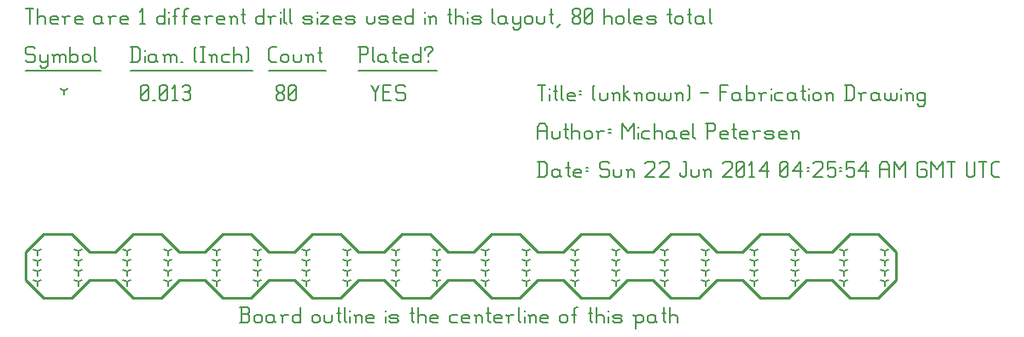
<source format=gbr>
G04 start of page 12 for group -3984 idx -3984 *
G04 Title: (unknown), fab *
G04 Creator: pcb 20110918 *
G04 CreationDate: Sun 22 Jun 2014 04:25:54 AM GMT UTC *
G04 For: railfan *
G04 Format: Gerber/RS-274X *
G04 PCB-Dimensions: 340000 25000 *
G04 PCB-Coordinate-Origin: lower left *
%MOIN*%
%FSLAX25Y25*%
%LNFAB*%
%ADD30C,0.0100*%
%ADD29C,0.0075*%
%ADD28C,0.0060*%
%ADD27C,0.0080*%
G54D27*X20500Y18500D02*Y16900D01*
Y18500D02*X21887Y19300D01*
X20500Y18500D02*X19113Y19300D01*
X20500Y14500D02*Y12900D01*
Y14500D02*X21887Y15300D01*
X20500Y14500D02*X19113Y15300D01*
X20500Y10500D02*Y8900D01*
Y10500D02*X21887Y11300D01*
X20500Y10500D02*X19113Y11300D01*
X20500Y6500D02*Y4900D01*
Y6500D02*X21887Y7300D01*
X20500Y6500D02*X19113Y7300D01*
X4500Y18500D02*Y16900D01*
Y18500D02*X5887Y19300D01*
X4500Y18500D02*X3113Y19300D01*
X4500Y14500D02*Y12900D01*
Y14500D02*X5887Y15300D01*
X4500Y14500D02*X3113Y15300D01*
X4500Y10500D02*Y8900D01*
Y10500D02*X5887Y11300D01*
X4500Y10500D02*X3113Y11300D01*
X4500Y6500D02*Y4900D01*
Y6500D02*X5887Y7300D01*
X4500Y6500D02*X3113Y7300D01*
X55500Y18500D02*Y16900D01*
Y18500D02*X56887Y19300D01*
X55500Y18500D02*X54113Y19300D01*
X55500Y14500D02*Y12900D01*
Y14500D02*X56887Y15300D01*
X55500Y14500D02*X54113Y15300D01*
X55500Y10500D02*Y8900D01*
Y10500D02*X56887Y11300D01*
X55500Y10500D02*X54113Y11300D01*
X55500Y6500D02*Y4900D01*
Y6500D02*X56887Y7300D01*
X55500Y6500D02*X54113Y7300D01*
X39500Y18500D02*Y16900D01*
Y18500D02*X40887Y19300D01*
X39500Y18500D02*X38113Y19300D01*
X39500Y14500D02*Y12900D01*
Y14500D02*X40887Y15300D01*
X39500Y14500D02*X38113Y15300D01*
X39500Y10500D02*Y8900D01*
Y10500D02*X40887Y11300D01*
X39500Y10500D02*X38113Y11300D01*
X39500Y6500D02*Y4900D01*
Y6500D02*X40887Y7300D01*
X39500Y6500D02*X38113Y7300D01*
X90500Y18500D02*Y16900D01*
Y18500D02*X91887Y19300D01*
X90500Y18500D02*X89113Y19300D01*
X90500Y14500D02*Y12900D01*
Y14500D02*X91887Y15300D01*
X90500Y14500D02*X89113Y15300D01*
X90500Y10500D02*Y8900D01*
Y10500D02*X91887Y11300D01*
X90500Y10500D02*X89113Y11300D01*
X90500Y6500D02*Y4900D01*
Y6500D02*X91887Y7300D01*
X90500Y6500D02*X89113Y7300D01*
X74500Y18500D02*Y16900D01*
Y18500D02*X75887Y19300D01*
X74500Y18500D02*X73113Y19300D01*
X74500Y14500D02*Y12900D01*
Y14500D02*X75887Y15300D01*
X74500Y14500D02*X73113Y15300D01*
X74500Y10500D02*Y8900D01*
Y10500D02*X75887Y11300D01*
X74500Y10500D02*X73113Y11300D01*
X74500Y6500D02*Y4900D01*
Y6500D02*X75887Y7300D01*
X74500Y6500D02*X73113Y7300D01*
X125500Y18500D02*Y16900D01*
Y18500D02*X126887Y19300D01*
X125500Y18500D02*X124113Y19300D01*
X125500Y14500D02*Y12900D01*
Y14500D02*X126887Y15300D01*
X125500Y14500D02*X124113Y15300D01*
X125500Y10500D02*Y8900D01*
Y10500D02*X126887Y11300D01*
X125500Y10500D02*X124113Y11300D01*
X125500Y6500D02*Y4900D01*
Y6500D02*X126887Y7300D01*
X125500Y6500D02*X124113Y7300D01*
X109500Y18500D02*Y16900D01*
Y18500D02*X110887Y19300D01*
X109500Y18500D02*X108113Y19300D01*
X109500Y14500D02*Y12900D01*
Y14500D02*X110887Y15300D01*
X109500Y14500D02*X108113Y15300D01*
X109500Y10500D02*Y8900D01*
Y10500D02*X110887Y11300D01*
X109500Y10500D02*X108113Y11300D01*
X109500Y6500D02*Y4900D01*
Y6500D02*X110887Y7300D01*
X109500Y6500D02*X108113Y7300D01*
X160500Y18500D02*Y16900D01*
Y18500D02*X161887Y19300D01*
X160500Y18500D02*X159113Y19300D01*
X160500Y14500D02*Y12900D01*
Y14500D02*X161887Y15300D01*
X160500Y14500D02*X159113Y15300D01*
X160500Y10500D02*Y8900D01*
Y10500D02*X161887Y11300D01*
X160500Y10500D02*X159113Y11300D01*
X160500Y6500D02*Y4900D01*
Y6500D02*X161887Y7300D01*
X160500Y6500D02*X159113Y7300D01*
X144500Y18500D02*Y16900D01*
Y18500D02*X145887Y19300D01*
X144500Y18500D02*X143113Y19300D01*
X144500Y14500D02*Y12900D01*
Y14500D02*X145887Y15300D01*
X144500Y14500D02*X143113Y15300D01*
X144500Y10500D02*Y8900D01*
Y10500D02*X145887Y11300D01*
X144500Y10500D02*X143113Y11300D01*
X144500Y6500D02*Y4900D01*
Y6500D02*X145887Y7300D01*
X144500Y6500D02*X143113Y7300D01*
X195500Y18500D02*Y16900D01*
Y18500D02*X196887Y19300D01*
X195500Y18500D02*X194113Y19300D01*
X195500Y14500D02*Y12900D01*
Y14500D02*X196887Y15300D01*
X195500Y14500D02*X194113Y15300D01*
X195500Y10500D02*Y8900D01*
Y10500D02*X196887Y11300D01*
X195500Y10500D02*X194113Y11300D01*
X195500Y6500D02*Y4900D01*
Y6500D02*X196887Y7300D01*
X195500Y6500D02*X194113Y7300D01*
X179500Y18500D02*Y16900D01*
Y18500D02*X180887Y19300D01*
X179500Y18500D02*X178113Y19300D01*
X179500Y14500D02*Y12900D01*
Y14500D02*X180887Y15300D01*
X179500Y14500D02*X178113Y15300D01*
X179500Y10500D02*Y8900D01*
Y10500D02*X180887Y11300D01*
X179500Y10500D02*X178113Y11300D01*
X179500Y6500D02*Y4900D01*
Y6500D02*X180887Y7300D01*
X179500Y6500D02*X178113Y7300D01*
X230500Y18500D02*Y16900D01*
Y18500D02*X231887Y19300D01*
X230500Y18500D02*X229113Y19300D01*
X230500Y14500D02*Y12900D01*
Y14500D02*X231887Y15300D01*
X230500Y14500D02*X229113Y15300D01*
X230500Y10500D02*Y8900D01*
Y10500D02*X231887Y11300D01*
X230500Y10500D02*X229113Y11300D01*
X230500Y6500D02*Y4900D01*
Y6500D02*X231887Y7300D01*
X230500Y6500D02*X229113Y7300D01*
X214500Y18500D02*Y16900D01*
Y18500D02*X215887Y19300D01*
X214500Y18500D02*X213113Y19300D01*
X214500Y14500D02*Y12900D01*
Y14500D02*X215887Y15300D01*
X214500Y14500D02*X213113Y15300D01*
X214500Y10500D02*Y8900D01*
Y10500D02*X215887Y11300D01*
X214500Y10500D02*X213113Y11300D01*
X214500Y6500D02*Y4900D01*
Y6500D02*X215887Y7300D01*
X214500Y6500D02*X213113Y7300D01*
X265500Y18500D02*Y16900D01*
Y18500D02*X266887Y19300D01*
X265500Y18500D02*X264113Y19300D01*
X265500Y14500D02*Y12900D01*
Y14500D02*X266887Y15300D01*
X265500Y14500D02*X264113Y15300D01*
X265500Y10500D02*Y8900D01*
Y10500D02*X266887Y11300D01*
X265500Y10500D02*X264113Y11300D01*
X265500Y6500D02*Y4900D01*
Y6500D02*X266887Y7300D01*
X265500Y6500D02*X264113Y7300D01*
X249500Y18500D02*Y16900D01*
Y18500D02*X250887Y19300D01*
X249500Y18500D02*X248113Y19300D01*
X249500Y14500D02*Y12900D01*
Y14500D02*X250887Y15300D01*
X249500Y14500D02*X248113Y15300D01*
X249500Y10500D02*Y8900D01*
Y10500D02*X250887Y11300D01*
X249500Y10500D02*X248113Y11300D01*
X249500Y6500D02*Y4900D01*
Y6500D02*X250887Y7300D01*
X249500Y6500D02*X248113Y7300D01*
X300500Y18500D02*Y16900D01*
Y18500D02*X301887Y19300D01*
X300500Y18500D02*X299113Y19300D01*
X300500Y14500D02*Y12900D01*
Y14500D02*X301887Y15300D01*
X300500Y14500D02*X299113Y15300D01*
X300500Y10500D02*Y8900D01*
Y10500D02*X301887Y11300D01*
X300500Y10500D02*X299113Y11300D01*
X300500Y6500D02*Y4900D01*
Y6500D02*X301887Y7300D01*
X300500Y6500D02*X299113Y7300D01*
X284500Y18500D02*Y16900D01*
Y18500D02*X285887Y19300D01*
X284500Y18500D02*X283113Y19300D01*
X284500Y14500D02*Y12900D01*
Y14500D02*X285887Y15300D01*
X284500Y14500D02*X283113Y15300D01*
X284500Y10500D02*Y8900D01*
Y10500D02*X285887Y11300D01*
X284500Y10500D02*X283113Y11300D01*
X284500Y6500D02*Y4900D01*
Y6500D02*X285887Y7300D01*
X284500Y6500D02*X283113Y7300D01*
X335500Y18500D02*Y16900D01*
Y18500D02*X336887Y19300D01*
X335500Y18500D02*X334113Y19300D01*
X335500Y14500D02*Y12900D01*
Y14500D02*X336887Y15300D01*
X335500Y14500D02*X334113Y15300D01*
X335500Y10500D02*Y8900D01*
Y10500D02*X336887Y11300D01*
X335500Y10500D02*X334113Y11300D01*
X335500Y6500D02*Y4900D01*
Y6500D02*X336887Y7300D01*
X335500Y6500D02*X334113Y7300D01*
X319500Y18500D02*Y16900D01*
Y18500D02*X320887Y19300D01*
X319500Y18500D02*X318113Y19300D01*
X319500Y14500D02*Y12900D01*
Y14500D02*X320887Y15300D01*
X319500Y14500D02*X318113Y15300D01*
X319500Y10500D02*Y8900D01*
Y10500D02*X320887Y11300D01*
X319500Y10500D02*X318113Y11300D01*
X319500Y6500D02*Y4900D01*
Y6500D02*X320887Y7300D01*
X319500Y6500D02*X318113Y7300D01*
X15000Y81250D02*Y79650D01*
Y81250D02*X16387Y82050D01*
X15000Y81250D02*X13613Y82050D01*
G54D28*X135000Y83500D02*X136500Y80500D01*
X138000Y83500D01*
X136500Y80500D02*Y77500D01*
X139800Y80800D02*X142050D01*
X139800Y77500D02*X142800D01*
X139800Y83500D02*Y77500D01*
Y83500D02*X142800D01*
X147600D02*X148350Y82750D01*
X145350Y83500D02*X147600D01*
X144600Y82750D02*X145350Y83500D01*
X144600Y82750D02*Y81250D01*
X145350Y80500D01*
X147600D01*
X148350Y79750D01*
Y78250D01*
X147600Y77500D02*X148350Y78250D01*
X145350Y77500D02*X147600D01*
X144600Y78250D02*X145350Y77500D01*
X98000Y78250D02*X98750Y77500D01*
X98000Y79450D02*Y78250D01*
Y79450D02*X99050Y80500D01*
X99950D01*
X101000Y79450D01*
Y78250D01*
X100250Y77500D02*X101000Y78250D01*
X98750Y77500D02*X100250D01*
X98000Y81550D02*X99050Y80500D01*
X98000Y82750D02*Y81550D01*
Y82750D02*X98750Y83500D01*
X100250D01*
X101000Y82750D01*
Y81550D01*
X99950Y80500D02*X101000Y81550D01*
X102800Y78250D02*X103550Y77500D01*
X102800Y82750D02*Y78250D01*
Y82750D02*X103550Y83500D01*
X105050D01*
X105800Y82750D01*
Y78250D01*
X105050Y77500D02*X105800Y78250D01*
X103550Y77500D02*X105050D01*
X102800Y79000D02*X105800Y82000D01*
X45000Y78250D02*X45750Y77500D01*
X45000Y82750D02*Y78250D01*
Y82750D02*X45750Y83500D01*
X47250D01*
X48000Y82750D01*
Y78250D01*
X47250Y77500D02*X48000Y78250D01*
X45750Y77500D02*X47250D01*
X45000Y79000D02*X48000Y82000D01*
X49800Y77500D02*X50550D01*
X52350Y78250D02*X53100Y77500D01*
X52350Y82750D02*Y78250D01*
Y82750D02*X53100Y83500D01*
X54600D01*
X55350Y82750D01*
Y78250D01*
X54600Y77500D02*X55350Y78250D01*
X53100Y77500D02*X54600D01*
X52350Y79000D02*X55350Y82000D01*
X57150Y82300D02*X58350Y83500D01*
Y77500D01*
X57150D02*X59400D01*
X61200Y82750D02*X61950Y83500D01*
X63450D01*
X64200Y82750D01*
X63450Y77500D02*X64200Y78250D01*
X61950Y77500D02*X63450D01*
X61200Y78250D02*X61950Y77500D01*
Y80800D02*X63450D01*
X64200Y82750D02*Y81550D01*
Y80050D02*Y78250D01*
Y80050D02*X63450Y80800D01*
X64200Y81550D02*X63450Y80800D01*
X3000Y98500D02*X3750Y97750D01*
X750Y98500D02*X3000D01*
X0Y97750D02*X750Y98500D01*
X0Y97750D02*Y96250D01*
X750Y95500D01*
X3000D01*
X3750Y94750D01*
Y93250D01*
X3000Y92500D02*X3750Y93250D01*
X750Y92500D02*X3000D01*
X0Y93250D02*X750Y92500D01*
X5550Y95500D02*Y93250D01*
X6300Y92500D01*
X8550Y95500D02*Y91000D01*
X7800Y90250D02*X8550Y91000D01*
X6300Y90250D02*X7800D01*
X5550Y91000D02*X6300Y90250D01*
Y92500D02*X7800D01*
X8550Y93250D01*
X11100Y94750D02*Y92500D01*
Y94750D02*X11850Y95500D01*
X12600D01*
X13350Y94750D01*
Y92500D01*
Y94750D02*X14100Y95500D01*
X14850D01*
X15600Y94750D01*
Y92500D01*
X10350Y95500D02*X11100Y94750D01*
X17400Y98500D02*Y92500D01*
Y93250D02*X18150Y92500D01*
X19650D01*
X20400Y93250D01*
Y94750D02*Y93250D01*
X19650Y95500D02*X20400Y94750D01*
X18150Y95500D02*X19650D01*
X17400Y94750D02*X18150Y95500D01*
X22200Y94750D02*Y93250D01*
Y94750D02*X22950Y95500D01*
X24450D01*
X25200Y94750D01*
Y93250D01*
X24450Y92500D02*X25200Y93250D01*
X22950Y92500D02*X24450D01*
X22200Y93250D02*X22950Y92500D01*
X27000Y98500D02*Y93250D01*
X27750Y92500D01*
X0Y89250D02*X29250D01*
X41750Y98500D02*Y92500D01*
X43700Y98500D02*X44750Y97450D01*
Y93550D01*
X43700Y92500D02*X44750Y93550D01*
X41000Y92500D02*X43700D01*
X41000Y98500D02*X43700D01*
G54D29*X46550Y97000D02*Y96850D01*
G54D28*Y94750D02*Y92500D01*
X50300Y95500D02*X51050Y94750D01*
X48800Y95500D02*X50300D01*
X48050Y94750D02*X48800Y95500D01*
X48050Y94750D02*Y93250D01*
X48800Y92500D01*
X51050Y95500D02*Y93250D01*
X51800Y92500D01*
X48800D02*X50300D01*
X51050Y93250D01*
X54350Y94750D02*Y92500D01*
Y94750D02*X55100Y95500D01*
X55850D01*
X56600Y94750D01*
Y92500D01*
Y94750D02*X57350Y95500D01*
X58100D01*
X58850Y94750D01*
Y92500D01*
X53600Y95500D02*X54350Y94750D01*
X60650Y92500D02*X61400D01*
X65900Y93250D02*X66650Y92500D01*
X65900Y97750D02*X66650Y98500D01*
X65900Y97750D02*Y93250D01*
X68450Y98500D02*X69950D01*
X69200D02*Y92500D01*
X68450D02*X69950D01*
X72500Y94750D02*Y92500D01*
Y94750D02*X73250Y95500D01*
X74000D01*
X74750Y94750D01*
Y92500D01*
X71750Y95500D02*X72500Y94750D01*
X77300Y95500D02*X79550D01*
X76550Y94750D02*X77300Y95500D01*
X76550Y94750D02*Y93250D01*
X77300Y92500D01*
X79550D01*
X81350Y98500D02*Y92500D01*
Y94750D02*X82100Y95500D01*
X83600D01*
X84350Y94750D01*
Y92500D01*
X86150Y98500D02*X86900Y97750D01*
Y93250D01*
X86150Y92500D02*X86900Y93250D01*
X41000Y89250D02*X88700D01*
X96050Y92500D02*X98000D01*
X95000Y93550D02*X96050Y92500D01*
X95000Y97450D02*Y93550D01*
Y97450D02*X96050Y98500D01*
X98000D01*
X99800Y94750D02*Y93250D01*
Y94750D02*X100550Y95500D01*
X102050D01*
X102800Y94750D01*
Y93250D01*
X102050Y92500D02*X102800Y93250D01*
X100550Y92500D02*X102050D01*
X99800Y93250D02*X100550Y92500D01*
X104600Y95500D02*Y93250D01*
X105350Y92500D01*
X106850D01*
X107600Y93250D01*
Y95500D02*Y93250D01*
X110150Y94750D02*Y92500D01*
Y94750D02*X110900Y95500D01*
X111650D01*
X112400Y94750D01*
Y92500D01*
X109400Y95500D02*X110150Y94750D01*
X114950Y98500D02*Y93250D01*
X115700Y92500D01*
X114200Y96250D02*X115700D01*
X95000Y89250D02*X117200D01*
X130750Y98500D02*Y92500D01*
X130000Y98500D02*X133000D01*
X133750Y97750D01*
Y96250D01*
X133000Y95500D02*X133750Y96250D01*
X130750Y95500D02*X133000D01*
X135550Y98500D02*Y93250D01*
X136300Y92500D01*
X140050Y95500D02*X140800Y94750D01*
X138550Y95500D02*X140050D01*
X137800Y94750D02*X138550Y95500D01*
X137800Y94750D02*Y93250D01*
X138550Y92500D01*
X140800Y95500D02*Y93250D01*
X141550Y92500D01*
X138550D02*X140050D01*
X140800Y93250D01*
X144100Y98500D02*Y93250D01*
X144850Y92500D01*
X143350Y96250D02*X144850D01*
X147100Y92500D02*X149350D01*
X146350Y93250D02*X147100Y92500D01*
X146350Y94750D02*Y93250D01*
Y94750D02*X147100Y95500D01*
X148600D01*
X149350Y94750D01*
X146350Y94000D02*X149350D01*
Y94750D02*Y94000D01*
X154150Y98500D02*Y92500D01*
X153400D02*X154150Y93250D01*
X151900Y92500D02*X153400D01*
X151150Y93250D02*X151900Y92500D01*
X151150Y94750D02*Y93250D01*
Y94750D02*X151900Y95500D01*
X153400D01*
X154150Y94750D01*
X157450Y95500D02*Y94750D01*
Y93250D02*Y92500D01*
X155950Y97750D02*Y97000D01*
Y97750D02*X156700Y98500D01*
X158200D01*
X158950Y97750D01*
Y97000D01*
X157450Y95500D02*X158950Y97000D01*
X130000Y89250D02*X160750D01*
X0Y113500D02*X3000D01*
X1500D02*Y107500D01*
X4800Y113500D02*Y107500D01*
Y109750D02*X5550Y110500D01*
X7050D01*
X7800Y109750D01*
Y107500D01*
X10350D02*X12600D01*
X9600Y108250D02*X10350Y107500D01*
X9600Y109750D02*Y108250D01*
Y109750D02*X10350Y110500D01*
X11850D01*
X12600Y109750D01*
X9600Y109000D02*X12600D01*
Y109750D02*Y109000D01*
X15150Y109750D02*Y107500D01*
Y109750D02*X15900Y110500D01*
X17400D01*
X14400D02*X15150Y109750D01*
X19950Y107500D02*X22200D01*
X19200Y108250D02*X19950Y107500D01*
X19200Y109750D02*Y108250D01*
Y109750D02*X19950Y110500D01*
X21450D01*
X22200Y109750D01*
X19200Y109000D02*X22200D01*
Y109750D02*Y109000D01*
X28950Y110500D02*X29700Y109750D01*
X27450Y110500D02*X28950D01*
X26700Y109750D02*X27450Y110500D01*
X26700Y109750D02*Y108250D01*
X27450Y107500D01*
X29700Y110500D02*Y108250D01*
X30450Y107500D01*
X27450D02*X28950D01*
X29700Y108250D01*
X33000Y109750D02*Y107500D01*
Y109750D02*X33750Y110500D01*
X35250D01*
X32250D02*X33000Y109750D01*
X37800Y107500D02*X40050D01*
X37050Y108250D02*X37800Y107500D01*
X37050Y109750D02*Y108250D01*
Y109750D02*X37800Y110500D01*
X39300D01*
X40050Y109750D01*
X37050Y109000D02*X40050D01*
Y109750D02*Y109000D01*
X44550Y112300D02*X45750Y113500D01*
Y107500D01*
X44550D02*X46800D01*
X54300Y113500D02*Y107500D01*
X53550D02*X54300Y108250D01*
X52050Y107500D02*X53550D01*
X51300Y108250D02*X52050Y107500D01*
X51300Y109750D02*Y108250D01*
Y109750D02*X52050Y110500D01*
X53550D01*
X54300Y109750D01*
G54D29*X56100Y112000D02*Y111850D01*
G54D28*Y109750D02*Y107500D01*
X58350Y112750D02*Y107500D01*
Y112750D02*X59100Y113500D01*
X59850D01*
X57600Y110500D02*X59100D01*
X62100Y112750D02*Y107500D01*
Y112750D02*X62850Y113500D01*
X63600D01*
X61350Y110500D02*X62850D01*
X65850Y107500D02*X68100D01*
X65100Y108250D02*X65850Y107500D01*
X65100Y109750D02*Y108250D01*
Y109750D02*X65850Y110500D01*
X67350D01*
X68100Y109750D01*
X65100Y109000D02*X68100D01*
Y109750D02*Y109000D01*
X70650Y109750D02*Y107500D01*
Y109750D02*X71400Y110500D01*
X72900D01*
X69900D02*X70650Y109750D01*
X75450Y107500D02*X77700D01*
X74700Y108250D02*X75450Y107500D01*
X74700Y109750D02*Y108250D01*
Y109750D02*X75450Y110500D01*
X76950D01*
X77700Y109750D01*
X74700Y109000D02*X77700D01*
Y109750D02*Y109000D01*
X80250Y109750D02*Y107500D01*
Y109750D02*X81000Y110500D01*
X81750D01*
X82500Y109750D01*
Y107500D01*
X79500Y110500D02*X80250Y109750D01*
X85050Y113500D02*Y108250D01*
X85800Y107500D01*
X84300Y111250D02*X85800D01*
X93000Y113500D02*Y107500D01*
X92250D02*X93000Y108250D01*
X90750Y107500D02*X92250D01*
X90000Y108250D02*X90750Y107500D01*
X90000Y109750D02*Y108250D01*
Y109750D02*X90750Y110500D01*
X92250D01*
X93000Y109750D01*
X95550D02*Y107500D01*
Y109750D02*X96300Y110500D01*
X97800D01*
X94800D02*X95550Y109750D01*
G54D29*X99600Y112000D02*Y111850D01*
G54D28*Y109750D02*Y107500D01*
X101100Y113500D02*Y108250D01*
X101850Y107500D01*
X103350Y113500D02*Y108250D01*
X104100Y107500D01*
X109050D02*X111300D01*
X112050Y108250D01*
X111300Y109000D02*X112050Y108250D01*
X109050Y109000D02*X111300D01*
X108300Y109750D02*X109050Y109000D01*
X108300Y109750D02*X109050Y110500D01*
X111300D01*
X112050Y109750D01*
X108300Y108250D02*X109050Y107500D01*
G54D29*X113850Y112000D02*Y111850D01*
G54D28*Y109750D02*Y107500D01*
X115350Y110500D02*X118350D01*
X115350Y107500D02*X118350Y110500D01*
X115350Y107500D02*X118350D01*
X120900D02*X123150D01*
X120150Y108250D02*X120900Y107500D01*
X120150Y109750D02*Y108250D01*
Y109750D02*X120900Y110500D01*
X122400D01*
X123150Y109750D01*
X120150Y109000D02*X123150D01*
Y109750D02*Y109000D01*
X125700Y107500D02*X127950D01*
X128700Y108250D01*
X127950Y109000D02*X128700Y108250D01*
X125700Y109000D02*X127950D01*
X124950Y109750D02*X125700Y109000D01*
X124950Y109750D02*X125700Y110500D01*
X127950D01*
X128700Y109750D01*
X124950Y108250D02*X125700Y107500D01*
X133200Y110500D02*Y108250D01*
X133950Y107500D01*
X135450D01*
X136200Y108250D01*
Y110500D02*Y108250D01*
X138750Y107500D02*X141000D01*
X141750Y108250D01*
X141000Y109000D02*X141750Y108250D01*
X138750Y109000D02*X141000D01*
X138000Y109750D02*X138750Y109000D01*
X138000Y109750D02*X138750Y110500D01*
X141000D01*
X141750Y109750D01*
X138000Y108250D02*X138750Y107500D01*
X144300D02*X146550D01*
X143550Y108250D02*X144300Y107500D01*
X143550Y109750D02*Y108250D01*
Y109750D02*X144300Y110500D01*
X145800D01*
X146550Y109750D01*
X143550Y109000D02*X146550D01*
Y109750D02*Y109000D01*
X151350Y113500D02*Y107500D01*
X150600D02*X151350Y108250D01*
X149100Y107500D02*X150600D01*
X148350Y108250D02*X149100Y107500D01*
X148350Y109750D02*Y108250D01*
Y109750D02*X149100Y110500D01*
X150600D01*
X151350Y109750D01*
G54D29*X155850Y112000D02*Y111850D01*
G54D28*Y109750D02*Y107500D01*
X158100Y109750D02*Y107500D01*
Y109750D02*X158850Y110500D01*
X159600D01*
X160350Y109750D01*
Y107500D01*
X157350Y110500D02*X158100Y109750D01*
X165600Y113500D02*Y108250D01*
X166350Y107500D01*
X164850Y111250D02*X166350D01*
X167850Y113500D02*Y107500D01*
Y109750D02*X168600Y110500D01*
X170100D01*
X170850Y109750D01*
Y107500D01*
G54D29*X172650Y112000D02*Y111850D01*
G54D28*Y109750D02*Y107500D01*
X174900D02*X177150D01*
X177900Y108250D01*
X177150Y109000D02*X177900Y108250D01*
X174900Y109000D02*X177150D01*
X174150Y109750D02*X174900Y109000D01*
X174150Y109750D02*X174900Y110500D01*
X177150D01*
X177900Y109750D01*
X174150Y108250D02*X174900Y107500D01*
X182400Y113500D02*Y108250D01*
X183150Y107500D01*
X186900Y110500D02*X187650Y109750D01*
X185400Y110500D02*X186900D01*
X184650Y109750D02*X185400Y110500D01*
X184650Y109750D02*Y108250D01*
X185400Y107500D01*
X187650Y110500D02*Y108250D01*
X188400Y107500D01*
X185400D02*X186900D01*
X187650Y108250D01*
X190200Y110500D02*Y108250D01*
X190950Y107500D01*
X193200Y110500D02*Y106000D01*
X192450Y105250D02*X193200Y106000D01*
X190950Y105250D02*X192450D01*
X190200Y106000D02*X190950Y105250D01*
Y107500D02*X192450D01*
X193200Y108250D01*
X195000Y109750D02*Y108250D01*
Y109750D02*X195750Y110500D01*
X197250D01*
X198000Y109750D01*
Y108250D01*
X197250Y107500D02*X198000Y108250D01*
X195750Y107500D02*X197250D01*
X195000Y108250D02*X195750Y107500D01*
X199800Y110500D02*Y108250D01*
X200550Y107500D01*
X202050D01*
X202800Y108250D01*
Y110500D02*Y108250D01*
X205350Y113500D02*Y108250D01*
X206100Y107500D01*
X204600Y111250D02*X206100D01*
X207600Y106000D02*X209100Y107500D01*
X213600Y108250D02*X214350Y107500D01*
X213600Y109450D02*Y108250D01*
Y109450D02*X214650Y110500D01*
X215550D01*
X216600Y109450D01*
Y108250D01*
X215850Y107500D02*X216600Y108250D01*
X214350Y107500D02*X215850D01*
X213600Y111550D02*X214650Y110500D01*
X213600Y112750D02*Y111550D01*
Y112750D02*X214350Y113500D01*
X215850D01*
X216600Y112750D01*
Y111550D01*
X215550Y110500D02*X216600Y111550D01*
X218400Y108250D02*X219150Y107500D01*
X218400Y112750D02*Y108250D01*
Y112750D02*X219150Y113500D01*
X220650D01*
X221400Y112750D01*
Y108250D01*
X220650Y107500D02*X221400Y108250D01*
X219150Y107500D02*X220650D01*
X218400Y109000D02*X221400Y112000D01*
X225900Y113500D02*Y107500D01*
Y109750D02*X226650Y110500D01*
X228150D01*
X228900Y109750D01*
Y107500D01*
X230700Y109750D02*Y108250D01*
Y109750D02*X231450Y110500D01*
X232950D01*
X233700Y109750D01*
Y108250D01*
X232950Y107500D02*X233700Y108250D01*
X231450Y107500D02*X232950D01*
X230700Y108250D02*X231450Y107500D01*
X235500Y113500D02*Y108250D01*
X236250Y107500D01*
X238500D02*X240750D01*
X237750Y108250D02*X238500Y107500D01*
X237750Y109750D02*Y108250D01*
Y109750D02*X238500Y110500D01*
X240000D01*
X240750Y109750D01*
X237750Y109000D02*X240750D01*
Y109750D02*Y109000D01*
X243300Y107500D02*X245550D01*
X246300Y108250D01*
X245550Y109000D02*X246300Y108250D01*
X243300Y109000D02*X245550D01*
X242550Y109750D02*X243300Y109000D01*
X242550Y109750D02*X243300Y110500D01*
X245550D01*
X246300Y109750D01*
X242550Y108250D02*X243300Y107500D01*
X251550Y113500D02*Y108250D01*
X252300Y107500D01*
X250800Y111250D02*X252300D01*
X253800Y109750D02*Y108250D01*
Y109750D02*X254550Y110500D01*
X256050D01*
X256800Y109750D01*
Y108250D01*
X256050Y107500D02*X256800Y108250D01*
X254550Y107500D02*X256050D01*
X253800Y108250D02*X254550Y107500D01*
X259350Y113500D02*Y108250D01*
X260100Y107500D01*
X258600Y111250D02*X260100D01*
X263850Y110500D02*X264600Y109750D01*
X262350Y110500D02*X263850D01*
X261600Y109750D02*X262350Y110500D01*
X261600Y109750D02*Y108250D01*
X262350Y107500D01*
X264600Y110500D02*Y108250D01*
X265350Y107500D01*
X262350D02*X263850D01*
X264600Y108250D01*
X267150Y113500D02*Y108250D01*
X267900Y107500D01*
G54D30*X0Y18000D02*X7000Y25000D01*
X18000D01*
X25000Y18000D01*
Y7000D02*X18000Y0D01*
X7000D01*
X0Y7000D02*Y18000D01*
X7000Y0D02*X0Y7000D01*
X25000Y18000D02*X35000D01*
X42000Y25000D01*
X53000D01*
X60000Y18000D01*
X70000D01*
X77000Y25000D01*
X88000D01*
X95000Y18000D01*
X105000D01*
X112000Y25000D01*
X123000D01*
X130000Y18000D01*
X140000D01*
X147000Y25000D01*
X158000D01*
X165000Y18000D01*
X175000D01*
X182000Y25000D01*
X193000D01*
X200000Y18000D01*
X210000D01*
X217000Y25000D01*
X228000D01*
X235000Y18000D01*
X245000D01*
X252000Y25000D01*
X263000D01*
X270000Y18000D01*
X280000D01*
X287000Y25000D01*
X298000D01*
X305000Y18000D01*
X315000D01*
X322000Y25000D01*
X333000D01*
X340000Y18000D01*
Y7000D01*
X333000Y0D01*
X322000D01*
X315000Y7000D01*
X305000D01*
X298000Y0D01*
X287000D01*
X280000Y7000D01*
X270000D01*
X263000Y0D01*
X252000D01*
X245000Y7000D01*
X235000D01*
X228000Y0D01*
X217000D01*
X210000Y7000D01*
X200000D01*
X193000Y0D01*
X182000D01*
X175000Y7000D01*
X165000D01*
X158000Y0D01*
X147000D01*
X140000Y7000D01*
X130000D01*
X123000Y0D01*
X112000D01*
X105000Y7000D01*
X95000D01*
X88000Y0D01*
X77000D01*
X70000Y7000D01*
X60000D01*
X53000Y0D01*
X42000D01*
X35000Y7000D01*
X24750D01*
G54D28*X83675Y-9500D02*X86675D01*
X87425Y-8750D01*
Y-6950D02*Y-8750D01*
X86675Y-6200D02*X87425Y-6950D01*
X84425Y-6200D02*X86675D01*
X84425Y-3500D02*Y-9500D01*
X83675Y-3500D02*X86675D01*
X87425Y-4250D01*
Y-5450D01*
X86675Y-6200D02*X87425Y-5450D01*
X89225Y-7250D02*Y-8750D01*
Y-7250D02*X89975Y-6500D01*
X91475D01*
X92225Y-7250D01*
Y-8750D01*
X91475Y-9500D02*X92225Y-8750D01*
X89975Y-9500D02*X91475D01*
X89225Y-8750D02*X89975Y-9500D01*
X96275Y-6500D02*X97025Y-7250D01*
X94775Y-6500D02*X96275D01*
X94025Y-7250D02*X94775Y-6500D01*
X94025Y-7250D02*Y-8750D01*
X94775Y-9500D01*
X97025Y-6500D02*Y-8750D01*
X97775Y-9500D01*
X94775D02*X96275D01*
X97025Y-8750D01*
X100325Y-7250D02*Y-9500D01*
Y-7250D02*X101075Y-6500D01*
X102575D01*
X99575D02*X100325Y-7250D01*
X107375Y-3500D02*Y-9500D01*
X106625D02*X107375Y-8750D01*
X105125Y-9500D02*X106625D01*
X104375Y-8750D02*X105125Y-9500D01*
X104375Y-7250D02*Y-8750D01*
Y-7250D02*X105125Y-6500D01*
X106625D01*
X107375Y-7250D01*
X111875D02*Y-8750D01*
Y-7250D02*X112625Y-6500D01*
X114125D01*
X114875Y-7250D01*
Y-8750D01*
X114125Y-9500D02*X114875Y-8750D01*
X112625Y-9500D02*X114125D01*
X111875Y-8750D02*X112625Y-9500D01*
X116675Y-6500D02*Y-8750D01*
X117425Y-9500D01*
X118925D01*
X119675Y-8750D01*
Y-6500D02*Y-8750D01*
X122225Y-3500D02*Y-8750D01*
X122975Y-9500D01*
X121475Y-5750D02*X122975D01*
X124475Y-3500D02*Y-8750D01*
X125225Y-9500D01*
G54D29*X126725Y-5000D02*Y-5150D01*
G54D28*Y-7250D02*Y-9500D01*
X128975Y-7250D02*Y-9500D01*
Y-7250D02*X129725Y-6500D01*
X130475D01*
X131225Y-7250D01*
Y-9500D01*
X128225Y-6500D02*X128975Y-7250D01*
X133775Y-9500D02*X136025D01*
X133025Y-8750D02*X133775Y-9500D01*
X133025Y-7250D02*Y-8750D01*
Y-7250D02*X133775Y-6500D01*
X135275D01*
X136025Y-7250D01*
X133025Y-8000D02*X136025D01*
Y-7250D02*Y-8000D01*
G54D29*X140525Y-5000D02*Y-5150D01*
G54D28*Y-7250D02*Y-9500D01*
X142775D02*X145025D01*
X145775Y-8750D01*
X145025Y-8000D02*X145775Y-8750D01*
X142775Y-8000D02*X145025D01*
X142025Y-7250D02*X142775Y-8000D01*
X142025Y-7250D02*X142775Y-6500D01*
X145025D01*
X145775Y-7250D01*
X142025Y-8750D02*X142775Y-9500D01*
X151025Y-3500D02*Y-8750D01*
X151775Y-9500D01*
X150275Y-5750D02*X151775D01*
X153275Y-3500D02*Y-9500D01*
Y-7250D02*X154025Y-6500D01*
X155525D01*
X156275Y-7250D01*
Y-9500D01*
X158825D02*X161075D01*
X158075Y-8750D02*X158825Y-9500D01*
X158075Y-7250D02*Y-8750D01*
Y-7250D02*X158825Y-6500D01*
X160325D01*
X161075Y-7250D01*
X158075Y-8000D02*X161075D01*
Y-7250D02*Y-8000D01*
X166325Y-6500D02*X168575D01*
X165575Y-7250D02*X166325Y-6500D01*
X165575Y-7250D02*Y-8750D01*
X166325Y-9500D01*
X168575D01*
X171125D02*X173375D01*
X170375Y-8750D02*X171125Y-9500D01*
X170375Y-7250D02*Y-8750D01*
Y-7250D02*X171125Y-6500D01*
X172625D01*
X173375Y-7250D01*
X170375Y-8000D02*X173375D01*
Y-7250D02*Y-8000D01*
X175925Y-7250D02*Y-9500D01*
Y-7250D02*X176675Y-6500D01*
X177425D01*
X178175Y-7250D01*
Y-9500D01*
X175175Y-6500D02*X175925Y-7250D01*
X180725Y-3500D02*Y-8750D01*
X181475Y-9500D01*
X179975Y-5750D02*X181475D01*
X183725Y-9500D02*X185975D01*
X182975Y-8750D02*X183725Y-9500D01*
X182975Y-7250D02*Y-8750D01*
Y-7250D02*X183725Y-6500D01*
X185225D01*
X185975Y-7250D01*
X182975Y-8000D02*X185975D01*
Y-7250D02*Y-8000D01*
X188525Y-7250D02*Y-9500D01*
Y-7250D02*X189275Y-6500D01*
X190775D01*
X187775D02*X188525Y-7250D01*
X192575Y-3500D02*Y-8750D01*
X193325Y-9500D01*
G54D29*X194825Y-5000D02*Y-5150D01*
G54D28*Y-7250D02*Y-9500D01*
X197075Y-7250D02*Y-9500D01*
Y-7250D02*X197825Y-6500D01*
X198575D01*
X199325Y-7250D01*
Y-9500D01*
X196325Y-6500D02*X197075Y-7250D01*
X201875Y-9500D02*X204125D01*
X201125Y-8750D02*X201875Y-9500D01*
X201125Y-7250D02*Y-8750D01*
Y-7250D02*X201875Y-6500D01*
X203375D01*
X204125Y-7250D01*
X201125Y-8000D02*X204125D01*
Y-7250D02*Y-8000D01*
X208625Y-7250D02*Y-8750D01*
Y-7250D02*X209375Y-6500D01*
X210875D01*
X211625Y-7250D01*
Y-8750D01*
X210875Y-9500D02*X211625Y-8750D01*
X209375Y-9500D02*X210875D01*
X208625Y-8750D02*X209375Y-9500D01*
X214175Y-4250D02*Y-9500D01*
Y-4250D02*X214925Y-3500D01*
X215675D01*
X213425Y-6500D02*X214925D01*
X220625Y-3500D02*Y-8750D01*
X221375Y-9500D01*
X219875Y-5750D02*X221375D01*
X222875Y-3500D02*Y-9500D01*
Y-7250D02*X223625Y-6500D01*
X225125D01*
X225875Y-7250D01*
Y-9500D01*
G54D29*X227675Y-5000D02*Y-5150D01*
G54D28*Y-7250D02*Y-9500D01*
X229925D02*X232175D01*
X232925Y-8750D01*
X232175Y-8000D02*X232925Y-8750D01*
X229925Y-8000D02*X232175D01*
X229175Y-7250D02*X229925Y-8000D01*
X229175Y-7250D02*X229925Y-6500D01*
X232175D01*
X232925Y-7250D01*
X229175Y-8750D02*X229925Y-9500D01*
X238175Y-7250D02*Y-11750D01*
X237425Y-6500D02*X238175Y-7250D01*
X238925Y-6500D01*
X240425D01*
X241175Y-7250D01*
Y-8750D01*
X240425Y-9500D02*X241175Y-8750D01*
X238925Y-9500D02*X240425D01*
X238175Y-8750D02*X238925Y-9500D01*
X245225Y-6500D02*X245975Y-7250D01*
X243725Y-6500D02*X245225D01*
X242975Y-7250D02*X243725Y-6500D01*
X242975Y-7250D02*Y-8750D01*
X243725Y-9500D01*
X245975Y-6500D02*Y-8750D01*
X246725Y-9500D01*
X243725D02*X245225D01*
X245975Y-8750D01*
X249275Y-3500D02*Y-8750D01*
X250025Y-9500D01*
X248525Y-5750D02*X250025D01*
X251525Y-3500D02*Y-9500D01*
Y-7250D02*X252275Y-6500D01*
X253775D01*
X254525Y-7250D01*
Y-9500D01*
X200750Y53500D02*Y47500D01*
X202700Y53500D02*X203750Y52450D01*
Y48550D01*
X202700Y47500D02*X203750Y48550D01*
X200000Y47500D02*X202700D01*
X200000Y53500D02*X202700D01*
X207800Y50500D02*X208550Y49750D01*
X206300Y50500D02*X207800D01*
X205550Y49750D02*X206300Y50500D01*
X205550Y49750D02*Y48250D01*
X206300Y47500D01*
X208550Y50500D02*Y48250D01*
X209300Y47500D01*
X206300D02*X207800D01*
X208550Y48250D01*
X211850Y53500D02*Y48250D01*
X212600Y47500D01*
X211100Y51250D02*X212600D01*
X214850Y47500D02*X217100D01*
X214100Y48250D02*X214850Y47500D01*
X214100Y49750D02*Y48250D01*
Y49750D02*X214850Y50500D01*
X216350D01*
X217100Y49750D01*
X214100Y49000D02*X217100D01*
Y49750D02*Y49000D01*
X218900Y51250D02*X219650D01*
X218900Y49750D02*X219650D01*
X227150Y53500D02*X227900Y52750D01*
X224900Y53500D02*X227150D01*
X224150Y52750D02*X224900Y53500D01*
X224150Y52750D02*Y51250D01*
X224900Y50500D01*
X227150D01*
X227900Y49750D01*
Y48250D01*
X227150Y47500D02*X227900Y48250D01*
X224900Y47500D02*X227150D01*
X224150Y48250D02*X224900Y47500D01*
X229700Y50500D02*Y48250D01*
X230450Y47500D01*
X231950D01*
X232700Y48250D01*
Y50500D02*Y48250D01*
X235250Y49750D02*Y47500D01*
Y49750D02*X236000Y50500D01*
X236750D01*
X237500Y49750D01*
Y47500D01*
X234500Y50500D02*X235250Y49750D01*
X242000Y52750D02*X242750Y53500D01*
X245000D01*
X245750Y52750D01*
Y51250D01*
X242000Y47500D02*X245750Y51250D01*
X242000Y47500D02*X245750D01*
X247550Y52750D02*X248300Y53500D01*
X250550D01*
X251300Y52750D01*
Y51250D01*
X247550Y47500D02*X251300Y51250D01*
X247550Y47500D02*X251300D01*
X256850Y53500D02*X258050D01*
Y48250D01*
X257300Y47500D02*X258050Y48250D01*
X256550Y47500D02*X257300D01*
X255800Y48250D02*X256550Y47500D01*
X255800Y49000D02*Y48250D01*
X259850Y50500D02*Y48250D01*
X260600Y47500D01*
X262100D01*
X262850Y48250D01*
Y50500D02*Y48250D01*
X265400Y49750D02*Y47500D01*
Y49750D02*X266150Y50500D01*
X266900D01*
X267650Y49750D01*
Y47500D01*
X264650Y50500D02*X265400Y49750D01*
X272150Y52750D02*X272900Y53500D01*
X275150D01*
X275900Y52750D01*
Y51250D01*
X272150Y47500D02*X275900Y51250D01*
X272150Y47500D02*X275900D01*
X277700Y48250D02*X278450Y47500D01*
X277700Y52750D02*Y48250D01*
Y52750D02*X278450Y53500D01*
X279950D01*
X280700Y52750D01*
Y48250D01*
X279950Y47500D02*X280700Y48250D01*
X278450Y47500D02*X279950D01*
X277700Y49000D02*X280700Y52000D01*
X282500Y52300D02*X283700Y53500D01*
Y47500D01*
X282500D02*X284750D01*
X286550Y49750D02*X289550Y53500D01*
X286550Y49750D02*X290300D01*
X289550Y53500D02*Y47500D01*
X294800Y48250D02*X295550Y47500D01*
X294800Y52750D02*Y48250D01*
Y52750D02*X295550Y53500D01*
X297050D01*
X297800Y52750D01*
Y48250D01*
X297050Y47500D02*X297800Y48250D01*
X295550Y47500D02*X297050D01*
X294800Y49000D02*X297800Y52000D01*
X299600Y49750D02*X302600Y53500D01*
X299600Y49750D02*X303350D01*
X302600Y53500D02*Y47500D01*
X305150Y51250D02*X305900D01*
X305150Y49750D02*X305900D01*
X307700Y52750D02*X308450Y53500D01*
X310700D01*
X311450Y52750D01*
Y51250D01*
X307700Y47500D02*X311450Y51250D01*
X307700Y47500D02*X311450D01*
X313250Y53500D02*X316250D01*
X313250D02*Y50500D01*
X314000Y51250D01*
X315500D01*
X316250Y50500D01*
Y48250D01*
X315500Y47500D02*X316250Y48250D01*
X314000Y47500D02*X315500D01*
X313250Y48250D02*X314000Y47500D01*
X318050Y51250D02*X318800D01*
X318050Y49750D02*X318800D01*
X320600Y53500D02*X323600D01*
X320600D02*Y50500D01*
X321350Y51250D01*
X322850D01*
X323600Y50500D01*
Y48250D01*
X322850Y47500D02*X323600Y48250D01*
X321350Y47500D02*X322850D01*
X320600Y48250D02*X321350Y47500D01*
X325400Y49750D02*X328400Y53500D01*
X325400Y49750D02*X329150D01*
X328400Y53500D02*Y47500D01*
X333650Y52000D02*Y47500D01*
Y52000D02*X334700Y53500D01*
X336350D01*
X337400Y52000D01*
Y47500D01*
X333650Y50500D02*X337400D01*
X339200Y53500D02*Y47500D01*
Y53500D02*X341450Y50500D01*
X343700Y53500D01*
Y47500D01*
X351200Y53500D02*X351950Y52750D01*
X348950Y53500D02*X351200D01*
X348200Y52750D02*X348950Y53500D01*
X348200Y52750D02*Y48250D01*
X348950Y47500D01*
X351200D01*
X351950Y48250D01*
Y49750D02*Y48250D01*
X351200Y50500D02*X351950Y49750D01*
X349700Y50500D02*X351200D01*
X353750Y53500D02*Y47500D01*
Y53500D02*X356000Y50500D01*
X358250Y53500D01*
Y47500D01*
X360050Y53500D02*X363050D01*
X361550D02*Y47500D01*
X367550Y53500D02*Y48250D01*
X368300Y47500D01*
X369800D01*
X370550Y48250D01*
Y53500D02*Y48250D01*
X372350Y53500D02*X375350D01*
X373850D02*Y47500D01*
X378200D02*X380150D01*
X377150Y48550D02*X378200Y47500D01*
X377150Y52450D02*Y48550D01*
Y52450D02*X378200Y53500D01*
X380150D01*
X200000Y67000D02*Y62500D01*
Y67000D02*X201050Y68500D01*
X202700D01*
X203750Y67000D01*
Y62500D01*
X200000Y65500D02*X203750D01*
X205550D02*Y63250D01*
X206300Y62500D01*
X207800D01*
X208550Y63250D01*
Y65500D02*Y63250D01*
X211100Y68500D02*Y63250D01*
X211850Y62500D01*
X210350Y66250D02*X211850D01*
X213350Y68500D02*Y62500D01*
Y64750D02*X214100Y65500D01*
X215600D01*
X216350Y64750D01*
Y62500D01*
X218150Y64750D02*Y63250D01*
Y64750D02*X218900Y65500D01*
X220400D01*
X221150Y64750D01*
Y63250D01*
X220400Y62500D02*X221150Y63250D01*
X218900Y62500D02*X220400D01*
X218150Y63250D02*X218900Y62500D01*
X223700Y64750D02*Y62500D01*
Y64750D02*X224450Y65500D01*
X225950D01*
X222950D02*X223700Y64750D01*
X227750Y66250D02*X228500D01*
X227750Y64750D02*X228500D01*
X233000Y68500D02*Y62500D01*
Y68500D02*X235250Y65500D01*
X237500Y68500D01*
Y62500D01*
G54D29*X239300Y67000D02*Y66850D01*
G54D28*Y64750D02*Y62500D01*
X241550Y65500D02*X243800D01*
X240800Y64750D02*X241550Y65500D01*
X240800Y64750D02*Y63250D01*
X241550Y62500D01*
X243800D01*
X245600Y68500D02*Y62500D01*
Y64750D02*X246350Y65500D01*
X247850D01*
X248600Y64750D01*
Y62500D01*
X252650Y65500D02*X253400Y64750D01*
X251150Y65500D02*X252650D01*
X250400Y64750D02*X251150Y65500D01*
X250400Y64750D02*Y63250D01*
X251150Y62500D01*
X253400Y65500D02*Y63250D01*
X254150Y62500D01*
X251150D02*X252650D01*
X253400Y63250D01*
X256700Y62500D02*X258950D01*
X255950Y63250D02*X256700Y62500D01*
X255950Y64750D02*Y63250D01*
Y64750D02*X256700Y65500D01*
X258200D01*
X258950Y64750D01*
X255950Y64000D02*X258950D01*
Y64750D02*Y64000D01*
X260750Y68500D02*Y63250D01*
X261500Y62500D01*
X266450Y68500D02*Y62500D01*
X265700Y68500D02*X268700D01*
X269450Y67750D01*
Y66250D01*
X268700Y65500D02*X269450Y66250D01*
X266450Y65500D02*X268700D01*
X272000Y62500D02*X274250D01*
X271250Y63250D02*X272000Y62500D01*
X271250Y64750D02*Y63250D01*
Y64750D02*X272000Y65500D01*
X273500D01*
X274250Y64750D01*
X271250Y64000D02*X274250D01*
Y64750D02*Y64000D01*
X276800Y68500D02*Y63250D01*
X277550Y62500D01*
X276050Y66250D02*X277550D01*
X279800Y62500D02*X282050D01*
X279050Y63250D02*X279800Y62500D01*
X279050Y64750D02*Y63250D01*
Y64750D02*X279800Y65500D01*
X281300D01*
X282050Y64750D01*
X279050Y64000D02*X282050D01*
Y64750D02*Y64000D01*
X284600Y64750D02*Y62500D01*
Y64750D02*X285350Y65500D01*
X286850D01*
X283850D02*X284600Y64750D01*
X289400Y62500D02*X291650D01*
X292400Y63250D01*
X291650Y64000D02*X292400Y63250D01*
X289400Y64000D02*X291650D01*
X288650Y64750D02*X289400Y64000D01*
X288650Y64750D02*X289400Y65500D01*
X291650D01*
X292400Y64750D01*
X288650Y63250D02*X289400Y62500D01*
X294950D02*X297200D01*
X294200Y63250D02*X294950Y62500D01*
X294200Y64750D02*Y63250D01*
Y64750D02*X294950Y65500D01*
X296450D01*
X297200Y64750D01*
X294200Y64000D02*X297200D01*
Y64750D02*Y64000D01*
X299750Y64750D02*Y62500D01*
Y64750D02*X300500Y65500D01*
X301250D01*
X302000Y64750D01*
Y62500D01*
X299000Y65500D02*X299750Y64750D01*
X200000Y83500D02*X203000D01*
X201500D02*Y77500D01*
G54D29*X204800Y82000D02*Y81850D01*
G54D28*Y79750D02*Y77500D01*
X207050Y83500D02*Y78250D01*
X207800Y77500D01*
X206300Y81250D02*X207800D01*
X209300Y83500D02*Y78250D01*
X210050Y77500D01*
X212300D02*X214550D01*
X211550Y78250D02*X212300Y77500D01*
X211550Y79750D02*Y78250D01*
Y79750D02*X212300Y80500D01*
X213800D01*
X214550Y79750D01*
X211550Y79000D02*X214550D01*
Y79750D02*Y79000D01*
X216350Y81250D02*X217100D01*
X216350Y79750D02*X217100D01*
X221600Y78250D02*X222350Y77500D01*
X221600Y82750D02*X222350Y83500D01*
X221600Y82750D02*Y78250D01*
X224150Y80500D02*Y78250D01*
X224900Y77500D01*
X226400D01*
X227150Y78250D01*
Y80500D02*Y78250D01*
X229700Y79750D02*Y77500D01*
Y79750D02*X230450Y80500D01*
X231200D01*
X231950Y79750D01*
Y77500D01*
X228950Y80500D02*X229700Y79750D01*
X233750Y83500D02*Y77500D01*
Y79750D02*X236000Y77500D01*
X233750Y79750D02*X235250Y81250D01*
X238550Y79750D02*Y77500D01*
Y79750D02*X239300Y80500D01*
X240050D01*
X240800Y79750D01*
Y77500D01*
X237800Y80500D02*X238550Y79750D01*
X242600D02*Y78250D01*
Y79750D02*X243350Y80500D01*
X244850D01*
X245600Y79750D01*
Y78250D01*
X244850Y77500D02*X245600Y78250D01*
X243350Y77500D02*X244850D01*
X242600Y78250D02*X243350Y77500D01*
X247400Y80500D02*Y78250D01*
X248150Y77500D01*
X248900D01*
X249650Y78250D01*
Y80500D02*Y78250D01*
X250400Y77500D01*
X251150D01*
X251900Y78250D01*
Y80500D02*Y78250D01*
X254450Y79750D02*Y77500D01*
Y79750D02*X255200Y80500D01*
X255950D01*
X256700Y79750D01*
Y77500D01*
X253700Y80500D02*X254450Y79750D01*
X258500Y83500D02*X259250Y82750D01*
Y78250D01*
X258500Y77500D02*X259250Y78250D01*
X263750Y80500D02*X266750D01*
X271250Y83500D02*Y77500D01*
Y83500D02*X274250D01*
X271250Y80800D02*X273500D01*
X278300Y80500D02*X279050Y79750D01*
X276800Y80500D02*X278300D01*
X276050Y79750D02*X276800Y80500D01*
X276050Y79750D02*Y78250D01*
X276800Y77500D01*
X279050Y80500D02*Y78250D01*
X279800Y77500D01*
X276800D02*X278300D01*
X279050Y78250D01*
X281600Y83500D02*Y77500D01*
Y78250D02*X282350Y77500D01*
X283850D01*
X284600Y78250D01*
Y79750D02*Y78250D01*
X283850Y80500D02*X284600Y79750D01*
X282350Y80500D02*X283850D01*
X281600Y79750D02*X282350Y80500D01*
X287150Y79750D02*Y77500D01*
Y79750D02*X287900Y80500D01*
X289400D01*
X286400D02*X287150Y79750D01*
G54D29*X291200Y82000D02*Y81850D01*
G54D28*Y79750D02*Y77500D01*
X293450Y80500D02*X295700D01*
X292700Y79750D02*X293450Y80500D01*
X292700Y79750D02*Y78250D01*
X293450Y77500D01*
X295700D01*
X299750Y80500D02*X300500Y79750D01*
X298250Y80500D02*X299750D01*
X297500Y79750D02*X298250Y80500D01*
X297500Y79750D02*Y78250D01*
X298250Y77500D01*
X300500Y80500D02*Y78250D01*
X301250Y77500D01*
X298250D02*X299750D01*
X300500Y78250D01*
X303800Y83500D02*Y78250D01*
X304550Y77500D01*
X303050Y81250D02*X304550D01*
G54D29*X306050Y82000D02*Y81850D01*
G54D28*Y79750D02*Y77500D01*
X307550Y79750D02*Y78250D01*
Y79750D02*X308300Y80500D01*
X309800D01*
X310550Y79750D01*
Y78250D01*
X309800Y77500D02*X310550Y78250D01*
X308300Y77500D02*X309800D01*
X307550Y78250D02*X308300Y77500D01*
X313100Y79750D02*Y77500D01*
Y79750D02*X313850Y80500D01*
X314600D01*
X315350Y79750D01*
Y77500D01*
X312350Y80500D02*X313100Y79750D01*
X320600Y83500D02*Y77500D01*
X322550Y83500D02*X323600Y82450D01*
Y78550D01*
X322550Y77500D02*X323600Y78550D01*
X319850Y77500D02*X322550D01*
X319850Y83500D02*X322550D01*
X326150Y79750D02*Y77500D01*
Y79750D02*X326900Y80500D01*
X328400D01*
X325400D02*X326150Y79750D01*
X332450Y80500D02*X333200Y79750D01*
X330950Y80500D02*X332450D01*
X330200Y79750D02*X330950Y80500D01*
X330200Y79750D02*Y78250D01*
X330950Y77500D01*
X333200Y80500D02*Y78250D01*
X333950Y77500D01*
X330950D02*X332450D01*
X333200Y78250D01*
X335750Y80500D02*Y78250D01*
X336500Y77500D01*
X337250D01*
X338000Y78250D01*
Y80500D02*Y78250D01*
X338750Y77500D01*
X339500D01*
X340250Y78250D01*
Y80500D02*Y78250D01*
G54D29*X342050Y82000D02*Y81850D01*
G54D28*Y79750D02*Y77500D01*
X344300Y79750D02*Y77500D01*
Y79750D02*X345050Y80500D01*
X345800D01*
X346550Y79750D01*
Y77500D01*
X343550Y80500D02*X344300Y79750D01*
X350600Y80500D02*X351350Y79750D01*
X349100Y80500D02*X350600D01*
X348350Y79750D02*X349100Y80500D01*
X348350Y79750D02*Y78250D01*
X349100Y77500D01*
X350600D01*
X351350Y78250D01*
X348350Y76000D02*X349100Y75250D01*
X350600D01*
X351350Y76000D01*
Y80500D02*Y76000D01*
M02*

</source>
